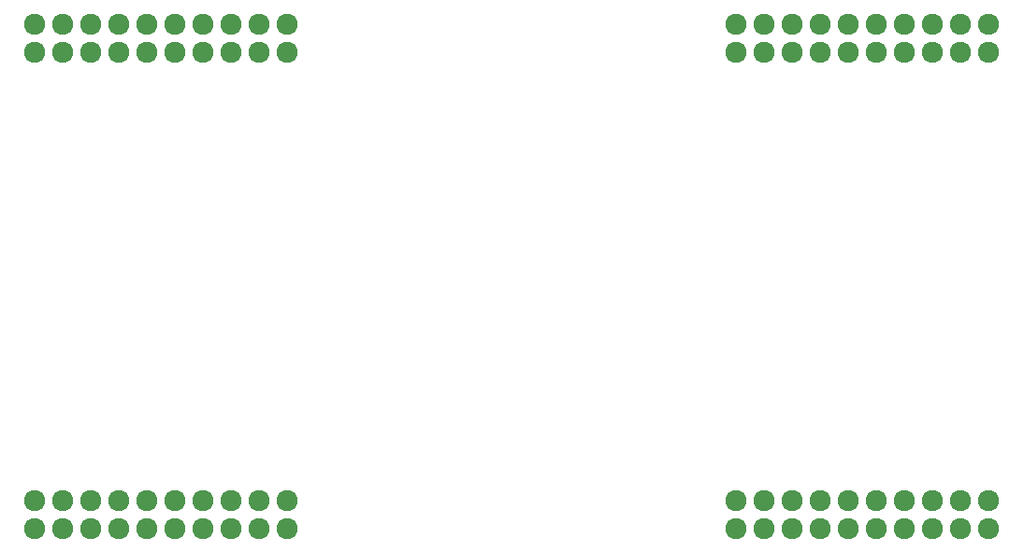
<source format=gbr>
G04 #@! TF.GenerationSoftware,KiCad,Pcbnew,(5.0.0)*
G04 #@! TF.CreationDate,2018-10-11T16:37:49-05:00*
G04 #@! TF.ProjectId,StandardBoard_FullTiva,5374616E64617264426F6172645F4675,rev?*
G04 #@! TF.SameCoordinates,Original*
G04 #@! TF.FileFunction,Soldermask,Top*
G04 #@! TF.FilePolarity,Negative*
%FSLAX46Y46*%
G04 Gerber Fmt 4.6, Leading zero omitted, Abs format (unit mm)*
G04 Created by KiCad (PCBNEW (5.0.0)) date 10/11/18 16:37:49*
%MOMM*%
%LPD*%
G01*
G04 APERTURE LIST*
%ADD10C,1.920000*%
G04 APERTURE END LIST*
D10*
G04 #@! TO.C,REF\002A\002A*
X156210000Y-117348000D03*
X179070000Y-71628000D03*
X176530000Y-71628000D03*
X168910000Y-71628000D03*
X166370000Y-114808000D03*
X171450000Y-71628000D03*
X173990000Y-71628000D03*
X171450000Y-117348000D03*
X176530000Y-114808000D03*
X166370000Y-71628000D03*
X163830000Y-71628000D03*
X176530000Y-117348000D03*
X171450000Y-114808000D03*
X168910000Y-114808000D03*
X156210000Y-114808000D03*
X158750000Y-114808000D03*
X161290000Y-114808000D03*
X163830000Y-114808000D03*
X173990000Y-114808000D03*
X179070000Y-114808000D03*
X158750000Y-117348000D03*
X161290000Y-117348000D03*
X163830000Y-117348000D03*
X166370000Y-117348000D03*
X168910000Y-117348000D03*
X173990000Y-117348000D03*
X179070000Y-117348000D03*
X156210000Y-74168000D03*
X158750000Y-74168000D03*
X161290000Y-74168000D03*
X163830000Y-74168000D03*
X166370000Y-74168000D03*
X168910000Y-74168000D03*
X171450000Y-74168000D03*
X173990000Y-74168000D03*
X176530000Y-74168000D03*
X179070000Y-74168000D03*
X156210000Y-71628000D03*
X158750000Y-71628000D03*
X161290000Y-71628000D03*
X92710000Y-114808000D03*
X95250000Y-114808000D03*
X97790000Y-114808000D03*
X100330000Y-114808000D03*
X102870000Y-114808000D03*
X105410000Y-114808000D03*
X107950000Y-114808000D03*
X110490000Y-114808000D03*
X113030000Y-114808000D03*
X115570000Y-114808000D03*
X92710000Y-117348000D03*
X95250000Y-117348000D03*
X97790000Y-117348000D03*
X100330000Y-117348000D03*
X102870000Y-117348000D03*
X105410000Y-117348000D03*
X107950000Y-117348000D03*
X110490000Y-117348000D03*
X113030000Y-117348000D03*
X115570000Y-117348000D03*
X92710000Y-74168000D03*
X95250000Y-74168000D03*
X97790000Y-74168000D03*
X100330000Y-74168000D03*
X102870000Y-74168000D03*
X105410000Y-74168000D03*
X107950000Y-74168000D03*
X110490000Y-74168000D03*
X113030000Y-74168000D03*
X115570000Y-74168000D03*
X92710000Y-71628000D03*
X95250000Y-71628000D03*
X97790000Y-71628000D03*
X100330000Y-71628000D03*
X102870000Y-71628000D03*
X105410000Y-71628000D03*
X107950000Y-71628000D03*
X110490000Y-71628000D03*
X113030000Y-71628000D03*
X115570000Y-71628000D03*
G04 #@! TD*
M02*

</source>
